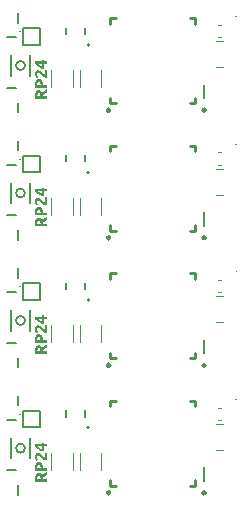
<source format=gto>
G04 #@! TF.GenerationSoftware,KiCad,Pcbnew,8.0.8*
G04 #@! TF.CreationDate,2025-02-11T23:37:15-05:00*
G04 #@! TF.ProjectId,panel,70616e65-6c2e-46b6-9963-61645f706362,rev?*
G04 #@! TF.SameCoordinates,Original*
G04 #@! TF.FileFunction,Legend,Top*
G04 #@! TF.FilePolarity,Positive*
%FSLAX46Y46*%
G04 Gerber Fmt 4.6, Leading zero omitted, Abs format (unit mm)*
G04 Created by KiCad (PCBNEW 8.0.8) date 2025-02-11 23:37:15*
%MOMM*%
%LPD*%
G01*
G04 APERTURE LIST*
%ADD10C,0.180000*%
%ADD11C,0.120000*%
%ADD12C,0.200000*%
%ADD13C,0.240000*%
%ADD14C,0.150000*%
%ADD15C,0.250000*%
%ADD16C,0.100000*%
%ADD17C,0.175000*%
G04 APERTURE END LIST*
D10*
G36*
X28640000Y-32125903D02*
G01*
X28595547Y-32152770D01*
X28553430Y-32178401D01*
X28550607Y-32180125D01*
X28508607Y-32206093D01*
X28465109Y-32234501D01*
X28462435Y-32236301D01*
X28420608Y-32265000D01*
X28381102Y-32293454D01*
X28342427Y-32323297D01*
X28311737Y-32349630D01*
X28311737Y-32458073D01*
X28640000Y-32458073D01*
X28640000Y-32677404D01*
X27696245Y-32677404D01*
X27687516Y-32627459D01*
X27680807Y-32576360D01*
X27676461Y-32528904D01*
X27673263Y-32478112D01*
X27671288Y-32427113D01*
X27670844Y-32391884D01*
X27671141Y-32379183D01*
X27858422Y-32379183D01*
X27859888Y-32422170D01*
X27862819Y-32458073D01*
X28124159Y-32458073D01*
X28124159Y-32396280D01*
X28122698Y-32345470D01*
X28117450Y-32295644D01*
X28105524Y-32245727D01*
X28093628Y-32218960D01*
X28058473Y-32182395D01*
X28011093Y-32166776D01*
X27989092Y-32165471D01*
X27938315Y-32174419D01*
X27898778Y-32204072D01*
X27888464Y-32219692D01*
X27870157Y-32267423D01*
X27861356Y-32318270D01*
X27858452Y-32372639D01*
X27858422Y-32379183D01*
X27671141Y-32379183D01*
X27672088Y-32338597D01*
X27675820Y-32288523D01*
X27683985Y-32230450D01*
X27696037Y-32177397D01*
X27711977Y-32129366D01*
X27736238Y-32078355D01*
X27750467Y-32055561D01*
X27783334Y-32015885D01*
X27822400Y-31984418D01*
X27867666Y-31961159D01*
X27919132Y-31946110D01*
X27976797Y-31939269D01*
X27997397Y-31938813D01*
X28047207Y-31941759D01*
X28097368Y-31952117D01*
X28145806Y-31972372D01*
X28167145Y-31985952D01*
X28205160Y-32019469D01*
X28237690Y-32061095D01*
X28262275Y-32105492D01*
X28269483Y-32121751D01*
X28308381Y-32089592D01*
X28347397Y-32059958D01*
X28389471Y-32029718D01*
X28430290Y-32001882D01*
X28439232Y-31995966D01*
X28481701Y-31968604D01*
X28525759Y-31942084D01*
X28538639Y-31934661D01*
X28583405Y-31909597D01*
X28627516Y-31886122D01*
X28640000Y-31879706D01*
X28640000Y-32125903D01*
G37*
G36*
X28040375Y-31003074D02*
G01*
X28095513Y-31014157D01*
X28143987Y-31033551D01*
X28185798Y-31061257D01*
X28220947Y-31097275D01*
X28236022Y-31118401D01*
X28261753Y-31166295D01*
X28282161Y-31221315D01*
X28295100Y-31272610D01*
X28304343Y-31328854D01*
X28309889Y-31390047D01*
X28311663Y-31442565D01*
X28311737Y-31456189D01*
X28311737Y-31525066D01*
X28640000Y-31525066D01*
X28640000Y-31744396D01*
X27695757Y-31744396D01*
X27687196Y-31694047D01*
X27680655Y-31641736D01*
X27676461Y-31592477D01*
X27673263Y-31539709D01*
X27671288Y-31487410D01*
X27670844Y-31451793D01*
X27671150Y-31437871D01*
X27858422Y-31437871D01*
X27859888Y-31485010D01*
X27862330Y-31525066D01*
X28124159Y-31525066D01*
X28124159Y-31456189D01*
X28122357Y-31402685D01*
X28116025Y-31350922D01*
X28102093Y-31299778D01*
X28095338Y-31284487D01*
X28063738Y-31247166D01*
X28015773Y-31228872D01*
X27988115Y-31226845D01*
X27938519Y-31235226D01*
X27925345Y-31241744D01*
X27889228Y-31277301D01*
X27885289Y-31283998D01*
X27867795Y-31331763D01*
X27864284Y-31350676D01*
X27859390Y-31400386D01*
X27858422Y-31437871D01*
X27671150Y-31437871D01*
X27672008Y-31398849D01*
X27675500Y-31349074D01*
X27683138Y-31291308D01*
X27694414Y-31238492D01*
X27709328Y-31190625D01*
X27732025Y-31139717D01*
X27745338Y-31116936D01*
X27776613Y-31077260D01*
X27814569Y-31045793D01*
X27859206Y-31022534D01*
X27910522Y-31007485D01*
X27968520Y-31000644D01*
X27989337Y-31000188D01*
X28040375Y-31003074D01*
G37*
G36*
X27930718Y-30258422D02*
G01*
X27979494Y-30263091D01*
X28026445Y-30277098D01*
X28032568Y-30279672D01*
X28077383Y-30302154D01*
X28120695Y-30330218D01*
X28126357Y-30334382D01*
X28165239Y-30365510D01*
X28202812Y-30399912D01*
X28213307Y-30410341D01*
X28249057Y-30447033D01*
X28283218Y-30483164D01*
X28292686Y-30493384D01*
X28327663Y-30530171D01*
X28336650Y-30539302D01*
X28371913Y-30573528D01*
X28385987Y-30586441D01*
X28422975Y-30618569D01*
X28432637Y-30626496D01*
X28468053Y-30648234D01*
X28468053Y-30228869D01*
X28640000Y-30228869D01*
X28640000Y-30878799D01*
X28600921Y-30881730D01*
X28567215Y-30881730D01*
X28518420Y-30878673D01*
X28469124Y-30868463D01*
X28444117Y-30859993D01*
X28396673Y-30838234D01*
X28352220Y-30811426D01*
X28340069Y-30802840D01*
X28298970Y-30770335D01*
X28262983Y-30737055D01*
X28249699Y-30723461D01*
X28215566Y-30687505D01*
X28181434Y-30651871D01*
X28165680Y-30635533D01*
X28130569Y-30598928D01*
X28104863Y-30572274D01*
X28069620Y-30538100D01*
X28048932Y-30520251D01*
X28008036Y-30492041D01*
X27994466Y-30485080D01*
X27946033Y-30472578D01*
X27939023Y-30472379D01*
X27889316Y-30480107D01*
X27852316Y-30507550D01*
X27831975Y-30552450D01*
X27827159Y-30594745D01*
X27832816Y-30644606D01*
X27839127Y-30665819D01*
X27859552Y-30712119D01*
X27867459Y-30726147D01*
X27894836Y-30766919D01*
X27899944Y-30773286D01*
X27925833Y-30802840D01*
X27787592Y-30906887D01*
X27753546Y-30866263D01*
X27723459Y-30821631D01*
X27699766Y-30778037D01*
X27692581Y-30762784D01*
X27674517Y-30715538D01*
X27662365Y-30666399D01*
X27656125Y-30615366D01*
X27655212Y-30586196D01*
X27657120Y-30534953D01*
X27663627Y-30483985D01*
X27674752Y-30438674D01*
X27693248Y-30391896D01*
X27719027Y-30349634D01*
X27729706Y-30336580D01*
X27766289Y-30303643D01*
X27809634Y-30279937D01*
X27815924Y-30277473D01*
X27866449Y-30263799D01*
X27918836Y-30258590D01*
X27930718Y-30258422D01*
G37*
G36*
X28421158Y-29506887D02*
G01*
X28640000Y-29506887D01*
X28640000Y-29712295D01*
X28421158Y-29712295D01*
X28421158Y-30132882D01*
X28267529Y-30132882D01*
X28223506Y-30109738D01*
X28180229Y-30085543D01*
X28133852Y-30058342D01*
X28129043Y-30055457D01*
X28085301Y-30028522D01*
X28040901Y-29999927D01*
X27995845Y-29969669D01*
X27970530Y-29952142D01*
X27930077Y-29923291D01*
X27890052Y-29893646D01*
X27850454Y-29863207D01*
X27811284Y-29831974D01*
X27773288Y-29800238D01*
X27732843Y-29764571D01*
X27694832Y-29728943D01*
X27678004Y-29712295D01*
X27927055Y-29712295D01*
X27967489Y-29743748D01*
X28009933Y-29776283D01*
X28049348Y-29806111D01*
X28079951Y-29829043D01*
X28121487Y-29858719D01*
X28163543Y-29885952D01*
X28206117Y-29910743D01*
X28249211Y-29933091D01*
X28249211Y-29712295D01*
X27927055Y-29712295D01*
X27678004Y-29712295D01*
X27670844Y-29705212D01*
X27670844Y-29506887D01*
X28249211Y-29506887D01*
X28249211Y-29402595D01*
X28421158Y-29402595D01*
X28421158Y-29506887D01*
G37*
G36*
X28640000Y-42925903D02*
G01*
X28595547Y-42952770D01*
X28553430Y-42978401D01*
X28550607Y-42980125D01*
X28508607Y-43006093D01*
X28465109Y-43034501D01*
X28462435Y-43036301D01*
X28420608Y-43065000D01*
X28381102Y-43093454D01*
X28342427Y-43123297D01*
X28311737Y-43149630D01*
X28311737Y-43258073D01*
X28640000Y-43258073D01*
X28640000Y-43477404D01*
X27696245Y-43477404D01*
X27687516Y-43427459D01*
X27680807Y-43376360D01*
X27676461Y-43328904D01*
X27673263Y-43278112D01*
X27671288Y-43227113D01*
X27670844Y-43191884D01*
X27671141Y-43179183D01*
X27858422Y-43179183D01*
X27859888Y-43222170D01*
X27862819Y-43258073D01*
X28124159Y-43258073D01*
X28124159Y-43196280D01*
X28122698Y-43145470D01*
X28117450Y-43095644D01*
X28105524Y-43045727D01*
X28093628Y-43018960D01*
X28058473Y-42982395D01*
X28011093Y-42966776D01*
X27989092Y-42965471D01*
X27938315Y-42974419D01*
X27898778Y-43004072D01*
X27888464Y-43019692D01*
X27870157Y-43067423D01*
X27861356Y-43118270D01*
X27858452Y-43172639D01*
X27858422Y-43179183D01*
X27671141Y-43179183D01*
X27672088Y-43138597D01*
X27675820Y-43088523D01*
X27683985Y-43030450D01*
X27696037Y-42977397D01*
X27711977Y-42929366D01*
X27736238Y-42878355D01*
X27750467Y-42855561D01*
X27783334Y-42815885D01*
X27822400Y-42784418D01*
X27867666Y-42761159D01*
X27919132Y-42746110D01*
X27976797Y-42739269D01*
X27997397Y-42738813D01*
X28047207Y-42741759D01*
X28097368Y-42752117D01*
X28145806Y-42772372D01*
X28167145Y-42785952D01*
X28205160Y-42819469D01*
X28237690Y-42861095D01*
X28262275Y-42905492D01*
X28269483Y-42921751D01*
X28308381Y-42889592D01*
X28347397Y-42859958D01*
X28389471Y-42829718D01*
X28430290Y-42801882D01*
X28439232Y-42795966D01*
X28481701Y-42768604D01*
X28525759Y-42742084D01*
X28538639Y-42734661D01*
X28583405Y-42709597D01*
X28627516Y-42686122D01*
X28640000Y-42679706D01*
X28640000Y-42925903D01*
G37*
G36*
X28040375Y-41803074D02*
G01*
X28095513Y-41814157D01*
X28143987Y-41833551D01*
X28185798Y-41861257D01*
X28220947Y-41897275D01*
X28236022Y-41918401D01*
X28261753Y-41966295D01*
X28282161Y-42021315D01*
X28295100Y-42072610D01*
X28304343Y-42128854D01*
X28309889Y-42190047D01*
X28311663Y-42242565D01*
X28311737Y-42256189D01*
X28311737Y-42325066D01*
X28640000Y-42325066D01*
X28640000Y-42544396D01*
X27695757Y-42544396D01*
X27687196Y-42494047D01*
X27680655Y-42441736D01*
X27676461Y-42392477D01*
X27673263Y-42339709D01*
X27671288Y-42287410D01*
X27670844Y-42251793D01*
X27671150Y-42237871D01*
X27858422Y-42237871D01*
X27859888Y-42285010D01*
X27862330Y-42325066D01*
X28124159Y-42325066D01*
X28124159Y-42256189D01*
X28122357Y-42202685D01*
X28116025Y-42150922D01*
X28102093Y-42099778D01*
X28095338Y-42084487D01*
X28063738Y-42047166D01*
X28015773Y-42028872D01*
X27988115Y-42026845D01*
X27938519Y-42035226D01*
X27925345Y-42041744D01*
X27889228Y-42077301D01*
X27885289Y-42083998D01*
X27867795Y-42131763D01*
X27864284Y-42150676D01*
X27859390Y-42200386D01*
X27858422Y-42237871D01*
X27671150Y-42237871D01*
X27672008Y-42198849D01*
X27675500Y-42149074D01*
X27683138Y-42091308D01*
X27694414Y-42038492D01*
X27709328Y-41990625D01*
X27732025Y-41939717D01*
X27745338Y-41916936D01*
X27776613Y-41877260D01*
X27814569Y-41845793D01*
X27859206Y-41822534D01*
X27910522Y-41807485D01*
X27968520Y-41800644D01*
X27989337Y-41800188D01*
X28040375Y-41803074D01*
G37*
G36*
X27930718Y-41058422D02*
G01*
X27979494Y-41063091D01*
X28026445Y-41077098D01*
X28032568Y-41079672D01*
X28077383Y-41102154D01*
X28120695Y-41130218D01*
X28126357Y-41134382D01*
X28165239Y-41165510D01*
X28202812Y-41199912D01*
X28213307Y-41210341D01*
X28249057Y-41247033D01*
X28283218Y-41283164D01*
X28292686Y-41293384D01*
X28327663Y-41330171D01*
X28336650Y-41339302D01*
X28371913Y-41373528D01*
X28385987Y-41386441D01*
X28422975Y-41418569D01*
X28432637Y-41426496D01*
X28468053Y-41448234D01*
X28468053Y-41028869D01*
X28640000Y-41028869D01*
X28640000Y-41678799D01*
X28600921Y-41681730D01*
X28567215Y-41681730D01*
X28518420Y-41678673D01*
X28469124Y-41668463D01*
X28444117Y-41659993D01*
X28396673Y-41638234D01*
X28352220Y-41611426D01*
X28340069Y-41602840D01*
X28298970Y-41570335D01*
X28262983Y-41537055D01*
X28249699Y-41523461D01*
X28215566Y-41487505D01*
X28181434Y-41451871D01*
X28165680Y-41435533D01*
X28130569Y-41398928D01*
X28104863Y-41372274D01*
X28069620Y-41338100D01*
X28048932Y-41320251D01*
X28008036Y-41292041D01*
X27994466Y-41285080D01*
X27946033Y-41272578D01*
X27939023Y-41272379D01*
X27889316Y-41280107D01*
X27852316Y-41307550D01*
X27831975Y-41352450D01*
X27827159Y-41394745D01*
X27832816Y-41444606D01*
X27839127Y-41465819D01*
X27859552Y-41512119D01*
X27867459Y-41526147D01*
X27894836Y-41566919D01*
X27899944Y-41573286D01*
X27925833Y-41602840D01*
X27787592Y-41706887D01*
X27753546Y-41666263D01*
X27723459Y-41621631D01*
X27699766Y-41578037D01*
X27692581Y-41562784D01*
X27674517Y-41515538D01*
X27662365Y-41466399D01*
X27656125Y-41415366D01*
X27655212Y-41386196D01*
X27657120Y-41334953D01*
X27663627Y-41283985D01*
X27674752Y-41238674D01*
X27693248Y-41191896D01*
X27719027Y-41149634D01*
X27729706Y-41136580D01*
X27766289Y-41103643D01*
X27809634Y-41079937D01*
X27815924Y-41077473D01*
X27866449Y-41063799D01*
X27918836Y-41058590D01*
X27930718Y-41058422D01*
G37*
G36*
X28421158Y-40306887D02*
G01*
X28640000Y-40306887D01*
X28640000Y-40512295D01*
X28421158Y-40512295D01*
X28421158Y-40932882D01*
X28267529Y-40932882D01*
X28223506Y-40909738D01*
X28180229Y-40885543D01*
X28133852Y-40858342D01*
X28129043Y-40855457D01*
X28085301Y-40828522D01*
X28040901Y-40799927D01*
X27995845Y-40769669D01*
X27970530Y-40752142D01*
X27930077Y-40723291D01*
X27890052Y-40693646D01*
X27850454Y-40663207D01*
X27811284Y-40631974D01*
X27773288Y-40600238D01*
X27732843Y-40564571D01*
X27694832Y-40528943D01*
X27678004Y-40512295D01*
X27927055Y-40512295D01*
X27967489Y-40543748D01*
X28009933Y-40576283D01*
X28049348Y-40606111D01*
X28079951Y-40629043D01*
X28121487Y-40658719D01*
X28163543Y-40685952D01*
X28206117Y-40710743D01*
X28249211Y-40733091D01*
X28249211Y-40512295D01*
X27927055Y-40512295D01*
X27678004Y-40512295D01*
X27670844Y-40505212D01*
X27670844Y-40306887D01*
X28249211Y-40306887D01*
X28249211Y-40202595D01*
X28421158Y-40202595D01*
X28421158Y-40306887D01*
G37*
G36*
X28640000Y-53725903D02*
G01*
X28595547Y-53752770D01*
X28553430Y-53778401D01*
X28550607Y-53780125D01*
X28508607Y-53806093D01*
X28465109Y-53834501D01*
X28462435Y-53836301D01*
X28420608Y-53865000D01*
X28381102Y-53893454D01*
X28342427Y-53923297D01*
X28311737Y-53949630D01*
X28311737Y-54058073D01*
X28640000Y-54058073D01*
X28640000Y-54277404D01*
X27696245Y-54277404D01*
X27687516Y-54227459D01*
X27680807Y-54176360D01*
X27676461Y-54128904D01*
X27673263Y-54078112D01*
X27671288Y-54027113D01*
X27670844Y-53991884D01*
X27671141Y-53979183D01*
X27858422Y-53979183D01*
X27859888Y-54022170D01*
X27862819Y-54058073D01*
X28124159Y-54058073D01*
X28124159Y-53996280D01*
X28122698Y-53945470D01*
X28117450Y-53895644D01*
X28105524Y-53845727D01*
X28093628Y-53818960D01*
X28058473Y-53782395D01*
X28011093Y-53766776D01*
X27989092Y-53765471D01*
X27938315Y-53774419D01*
X27898778Y-53804072D01*
X27888464Y-53819692D01*
X27870157Y-53867423D01*
X27861356Y-53918270D01*
X27858452Y-53972639D01*
X27858422Y-53979183D01*
X27671141Y-53979183D01*
X27672088Y-53938597D01*
X27675820Y-53888523D01*
X27683985Y-53830450D01*
X27696037Y-53777397D01*
X27711977Y-53729366D01*
X27736238Y-53678355D01*
X27750467Y-53655561D01*
X27783334Y-53615885D01*
X27822400Y-53584418D01*
X27867666Y-53561159D01*
X27919132Y-53546110D01*
X27976797Y-53539269D01*
X27997397Y-53538813D01*
X28047207Y-53541759D01*
X28097368Y-53552117D01*
X28145806Y-53572372D01*
X28167145Y-53585952D01*
X28205160Y-53619469D01*
X28237690Y-53661095D01*
X28262275Y-53705492D01*
X28269483Y-53721751D01*
X28308381Y-53689592D01*
X28347397Y-53659958D01*
X28389471Y-53629718D01*
X28430290Y-53601882D01*
X28439232Y-53595966D01*
X28481701Y-53568604D01*
X28525759Y-53542084D01*
X28538639Y-53534661D01*
X28583405Y-53509597D01*
X28627516Y-53486122D01*
X28640000Y-53479706D01*
X28640000Y-53725903D01*
G37*
G36*
X28040375Y-52603074D02*
G01*
X28095513Y-52614157D01*
X28143987Y-52633551D01*
X28185798Y-52661257D01*
X28220947Y-52697275D01*
X28236022Y-52718401D01*
X28261753Y-52766295D01*
X28282161Y-52821315D01*
X28295100Y-52872610D01*
X28304343Y-52928854D01*
X28309889Y-52990047D01*
X28311663Y-53042565D01*
X28311737Y-53056189D01*
X28311737Y-53125066D01*
X28640000Y-53125066D01*
X28640000Y-53344396D01*
X27695757Y-53344396D01*
X27687196Y-53294047D01*
X27680655Y-53241736D01*
X27676461Y-53192477D01*
X27673263Y-53139709D01*
X27671288Y-53087410D01*
X27670844Y-53051793D01*
X27671150Y-53037871D01*
X27858422Y-53037871D01*
X27859888Y-53085010D01*
X27862330Y-53125066D01*
X28124159Y-53125066D01*
X28124159Y-53056189D01*
X28122357Y-53002685D01*
X28116025Y-52950922D01*
X28102093Y-52899778D01*
X28095338Y-52884487D01*
X28063738Y-52847166D01*
X28015773Y-52828872D01*
X27988115Y-52826845D01*
X27938519Y-52835226D01*
X27925345Y-52841744D01*
X27889228Y-52877301D01*
X27885289Y-52883998D01*
X27867795Y-52931763D01*
X27864284Y-52950676D01*
X27859390Y-53000386D01*
X27858422Y-53037871D01*
X27671150Y-53037871D01*
X27672008Y-52998849D01*
X27675500Y-52949074D01*
X27683138Y-52891308D01*
X27694414Y-52838492D01*
X27709328Y-52790625D01*
X27732025Y-52739717D01*
X27745338Y-52716936D01*
X27776613Y-52677260D01*
X27814569Y-52645793D01*
X27859206Y-52622534D01*
X27910522Y-52607485D01*
X27968520Y-52600644D01*
X27989337Y-52600188D01*
X28040375Y-52603074D01*
G37*
G36*
X27930718Y-51858422D02*
G01*
X27979494Y-51863091D01*
X28026445Y-51877098D01*
X28032568Y-51879672D01*
X28077383Y-51902154D01*
X28120695Y-51930218D01*
X28126357Y-51934382D01*
X28165239Y-51965510D01*
X28202812Y-51999912D01*
X28213307Y-52010341D01*
X28249057Y-52047033D01*
X28283218Y-52083164D01*
X28292686Y-52093384D01*
X28327663Y-52130171D01*
X28336650Y-52139302D01*
X28371913Y-52173528D01*
X28385987Y-52186441D01*
X28422975Y-52218569D01*
X28432637Y-52226496D01*
X28468053Y-52248234D01*
X28468053Y-51828869D01*
X28640000Y-51828869D01*
X28640000Y-52478799D01*
X28600921Y-52481730D01*
X28567215Y-52481730D01*
X28518420Y-52478673D01*
X28469124Y-52468463D01*
X28444117Y-52459993D01*
X28396673Y-52438234D01*
X28352220Y-52411426D01*
X28340069Y-52402840D01*
X28298970Y-52370335D01*
X28262983Y-52337055D01*
X28249699Y-52323461D01*
X28215566Y-52287505D01*
X28181434Y-52251871D01*
X28165680Y-52235533D01*
X28130569Y-52198928D01*
X28104863Y-52172274D01*
X28069620Y-52138100D01*
X28048932Y-52120251D01*
X28008036Y-52092041D01*
X27994466Y-52085080D01*
X27946033Y-52072578D01*
X27939023Y-52072379D01*
X27889316Y-52080107D01*
X27852316Y-52107550D01*
X27831975Y-52152450D01*
X27827159Y-52194745D01*
X27832816Y-52244606D01*
X27839127Y-52265819D01*
X27859552Y-52312119D01*
X27867459Y-52326147D01*
X27894836Y-52366919D01*
X27899944Y-52373286D01*
X27925833Y-52402840D01*
X27787592Y-52506887D01*
X27753546Y-52466263D01*
X27723459Y-52421631D01*
X27699766Y-52378037D01*
X27692581Y-52362784D01*
X27674517Y-52315538D01*
X27662365Y-52266399D01*
X27656125Y-52215366D01*
X27655212Y-52186196D01*
X27657120Y-52134953D01*
X27663627Y-52083985D01*
X27674752Y-52038674D01*
X27693248Y-51991896D01*
X27719027Y-51949634D01*
X27729706Y-51936580D01*
X27766289Y-51903643D01*
X27809634Y-51879937D01*
X27815924Y-51877473D01*
X27866449Y-51863799D01*
X27918836Y-51858590D01*
X27930718Y-51858422D01*
G37*
G36*
X28421158Y-51106887D02*
G01*
X28640000Y-51106887D01*
X28640000Y-51312295D01*
X28421158Y-51312295D01*
X28421158Y-51732882D01*
X28267529Y-51732882D01*
X28223506Y-51709738D01*
X28180229Y-51685543D01*
X28133852Y-51658342D01*
X28129043Y-51655457D01*
X28085301Y-51628522D01*
X28040901Y-51599927D01*
X27995845Y-51569669D01*
X27970530Y-51552142D01*
X27930077Y-51523291D01*
X27890052Y-51493646D01*
X27850454Y-51463207D01*
X27811284Y-51431974D01*
X27773288Y-51400238D01*
X27732843Y-51364571D01*
X27694832Y-51328943D01*
X27678004Y-51312295D01*
X27927055Y-51312295D01*
X27967489Y-51343748D01*
X28009933Y-51376283D01*
X28049348Y-51406111D01*
X28079951Y-51429043D01*
X28121487Y-51458719D01*
X28163543Y-51485952D01*
X28206117Y-51510743D01*
X28249211Y-51533091D01*
X28249211Y-51312295D01*
X27927055Y-51312295D01*
X27678004Y-51312295D01*
X27670844Y-51305212D01*
X27670844Y-51106887D01*
X28249211Y-51106887D01*
X28249211Y-51002595D01*
X28421158Y-51002595D01*
X28421158Y-51106887D01*
G37*
G36*
X28640000Y-21325903D02*
G01*
X28595547Y-21352770D01*
X28553430Y-21378401D01*
X28550607Y-21380125D01*
X28508607Y-21406093D01*
X28465109Y-21434501D01*
X28462435Y-21436301D01*
X28420608Y-21465000D01*
X28381102Y-21493454D01*
X28342427Y-21523297D01*
X28311737Y-21549630D01*
X28311737Y-21658073D01*
X28640000Y-21658073D01*
X28640000Y-21877404D01*
X27696245Y-21877404D01*
X27687516Y-21827459D01*
X27680807Y-21776360D01*
X27676461Y-21728904D01*
X27673263Y-21678112D01*
X27671288Y-21627113D01*
X27670844Y-21591884D01*
X27671141Y-21579183D01*
X27858422Y-21579183D01*
X27859888Y-21622170D01*
X27862819Y-21658073D01*
X28124159Y-21658073D01*
X28124159Y-21596280D01*
X28122698Y-21545470D01*
X28117450Y-21495644D01*
X28105524Y-21445727D01*
X28093628Y-21418960D01*
X28058473Y-21382395D01*
X28011093Y-21366776D01*
X27989092Y-21365471D01*
X27938315Y-21374419D01*
X27898778Y-21404072D01*
X27888464Y-21419692D01*
X27870157Y-21467423D01*
X27861356Y-21518270D01*
X27858452Y-21572639D01*
X27858422Y-21579183D01*
X27671141Y-21579183D01*
X27672088Y-21538597D01*
X27675820Y-21488523D01*
X27683985Y-21430450D01*
X27696037Y-21377397D01*
X27711977Y-21329366D01*
X27736238Y-21278355D01*
X27750467Y-21255561D01*
X27783334Y-21215885D01*
X27822400Y-21184418D01*
X27867666Y-21161159D01*
X27919132Y-21146110D01*
X27976797Y-21139269D01*
X27997397Y-21138813D01*
X28047207Y-21141759D01*
X28097368Y-21152117D01*
X28145806Y-21172372D01*
X28167145Y-21185952D01*
X28205160Y-21219469D01*
X28237690Y-21261095D01*
X28262275Y-21305492D01*
X28269483Y-21321751D01*
X28308381Y-21289592D01*
X28347397Y-21259958D01*
X28389471Y-21229718D01*
X28430290Y-21201882D01*
X28439232Y-21195966D01*
X28481701Y-21168604D01*
X28525759Y-21142084D01*
X28538639Y-21134661D01*
X28583405Y-21109597D01*
X28627516Y-21086122D01*
X28640000Y-21079706D01*
X28640000Y-21325903D01*
G37*
G36*
X28040375Y-20203074D02*
G01*
X28095513Y-20214157D01*
X28143987Y-20233551D01*
X28185798Y-20261257D01*
X28220947Y-20297275D01*
X28236022Y-20318401D01*
X28261753Y-20366295D01*
X28282161Y-20421315D01*
X28295100Y-20472610D01*
X28304343Y-20528854D01*
X28309889Y-20590047D01*
X28311663Y-20642565D01*
X28311737Y-20656189D01*
X28311737Y-20725066D01*
X28640000Y-20725066D01*
X28640000Y-20944396D01*
X27695757Y-20944396D01*
X27687196Y-20894047D01*
X27680655Y-20841736D01*
X27676461Y-20792477D01*
X27673263Y-20739709D01*
X27671288Y-20687410D01*
X27670844Y-20651793D01*
X27671150Y-20637871D01*
X27858422Y-20637871D01*
X27859888Y-20685010D01*
X27862330Y-20725066D01*
X28124159Y-20725066D01*
X28124159Y-20656189D01*
X28122357Y-20602685D01*
X28116025Y-20550922D01*
X28102093Y-20499778D01*
X28095338Y-20484487D01*
X28063738Y-20447166D01*
X28015773Y-20428872D01*
X27988115Y-20426845D01*
X27938519Y-20435226D01*
X27925345Y-20441744D01*
X27889228Y-20477301D01*
X27885289Y-20483998D01*
X27867795Y-20531763D01*
X27864284Y-20550676D01*
X27859390Y-20600386D01*
X27858422Y-20637871D01*
X27671150Y-20637871D01*
X27672008Y-20598849D01*
X27675500Y-20549074D01*
X27683138Y-20491308D01*
X27694414Y-20438492D01*
X27709328Y-20390625D01*
X27732025Y-20339717D01*
X27745338Y-20316936D01*
X27776613Y-20277260D01*
X27814569Y-20245793D01*
X27859206Y-20222534D01*
X27910522Y-20207485D01*
X27968520Y-20200644D01*
X27989337Y-20200188D01*
X28040375Y-20203074D01*
G37*
G36*
X27930718Y-19458422D02*
G01*
X27979494Y-19463091D01*
X28026445Y-19477098D01*
X28032568Y-19479672D01*
X28077383Y-19502154D01*
X28120695Y-19530218D01*
X28126357Y-19534382D01*
X28165239Y-19565510D01*
X28202812Y-19599912D01*
X28213307Y-19610341D01*
X28249057Y-19647033D01*
X28283218Y-19683164D01*
X28292686Y-19693384D01*
X28327663Y-19730171D01*
X28336650Y-19739302D01*
X28371913Y-19773528D01*
X28385987Y-19786441D01*
X28422975Y-19818569D01*
X28432637Y-19826496D01*
X28468053Y-19848234D01*
X28468053Y-19428869D01*
X28640000Y-19428869D01*
X28640000Y-20078799D01*
X28600921Y-20081730D01*
X28567215Y-20081730D01*
X28518420Y-20078673D01*
X28469124Y-20068463D01*
X28444117Y-20059993D01*
X28396673Y-20038234D01*
X28352220Y-20011426D01*
X28340069Y-20002840D01*
X28298970Y-19970335D01*
X28262983Y-19937055D01*
X28249699Y-19923461D01*
X28215566Y-19887505D01*
X28181434Y-19851871D01*
X28165680Y-19835533D01*
X28130569Y-19798928D01*
X28104863Y-19772274D01*
X28069620Y-19738100D01*
X28048932Y-19720251D01*
X28008036Y-19692041D01*
X27994466Y-19685080D01*
X27946033Y-19672578D01*
X27939023Y-19672379D01*
X27889316Y-19680107D01*
X27852316Y-19707550D01*
X27831975Y-19752450D01*
X27827159Y-19794745D01*
X27832816Y-19844606D01*
X27839127Y-19865819D01*
X27859552Y-19912119D01*
X27867459Y-19926147D01*
X27894836Y-19966919D01*
X27899944Y-19973286D01*
X27925833Y-20002840D01*
X27787592Y-20106887D01*
X27753546Y-20066263D01*
X27723459Y-20021631D01*
X27699766Y-19978037D01*
X27692581Y-19962784D01*
X27674517Y-19915538D01*
X27662365Y-19866399D01*
X27656125Y-19815366D01*
X27655212Y-19786196D01*
X27657120Y-19734953D01*
X27663627Y-19683985D01*
X27674752Y-19638674D01*
X27693248Y-19591896D01*
X27719027Y-19549634D01*
X27729706Y-19536580D01*
X27766289Y-19503643D01*
X27809634Y-19479937D01*
X27815924Y-19477473D01*
X27866449Y-19463799D01*
X27918836Y-19458590D01*
X27930718Y-19458422D01*
G37*
G36*
X28421158Y-18706887D02*
G01*
X28640000Y-18706887D01*
X28640000Y-18912295D01*
X28421158Y-18912295D01*
X28421158Y-19332882D01*
X28267529Y-19332882D01*
X28223506Y-19309738D01*
X28180229Y-19285543D01*
X28133852Y-19258342D01*
X28129043Y-19255457D01*
X28085301Y-19228522D01*
X28040901Y-19199927D01*
X27995845Y-19169669D01*
X27970530Y-19152142D01*
X27930077Y-19123291D01*
X27890052Y-19093646D01*
X27850454Y-19063207D01*
X27811284Y-19031974D01*
X27773288Y-19000238D01*
X27732843Y-18964571D01*
X27694832Y-18928943D01*
X27678004Y-18912295D01*
X27927055Y-18912295D01*
X27967489Y-18943748D01*
X28009933Y-18976283D01*
X28049348Y-19006111D01*
X28079951Y-19029043D01*
X28121487Y-19058719D01*
X28163543Y-19085952D01*
X28206117Y-19110743D01*
X28249211Y-19133091D01*
X28249211Y-18912295D01*
X27927055Y-18912295D01*
X27678004Y-18912295D01*
X27670844Y-18905212D01*
X27670844Y-18706887D01*
X28249211Y-18706887D01*
X28249211Y-18602595D01*
X28421158Y-18602595D01*
X28421158Y-18706887D01*
G37*
D11*
G04 #@! TO.C,C8*
X29050000Y-41048748D02*
X29050000Y-42471252D01*
X30870000Y-41048748D02*
X30870000Y-42471252D01*
G04 #@! TO.C,C21*
X31430000Y-20871252D02*
X31430000Y-19448748D01*
X33250000Y-20871252D02*
X33250000Y-19448748D01*
D12*
G04 #@! TO.C,U2*
X41970000Y-43410000D02*
X41970000Y-42270000D01*
D13*
X42090000Y-44440000D02*
G75*
G02*
X41850000Y-44440000I-120000J0D01*
G01*
X41850000Y-44440000D02*
G75*
G02*
X42090000Y-44440000I120000J0D01*
G01*
D14*
G04 #@! TO.C,D4*
X25260000Y-53330000D02*
X26060000Y-53330000D01*
D15*
G04 #@! TO.C,U4*
X34040000Y-15050000D02*
X34040000Y-15520000D01*
X34040000Y-21780000D02*
X34040000Y-21850000D01*
X34040000Y-21850000D02*
X34040000Y-22250000D01*
X34040000Y-22250000D02*
X34510000Y-22250000D01*
X34510000Y-15050000D02*
X34040000Y-15050000D01*
X40780000Y-22250000D02*
X41240000Y-22250000D01*
X41240000Y-15050000D02*
X40780000Y-15050000D01*
X41240000Y-15520000D02*
X41240000Y-15050000D01*
X41240000Y-22250000D02*
X41240000Y-21780000D01*
X34020000Y-22840000D02*
G75*
G02*
X33760000Y-22840000I-130000J0D01*
G01*
X33760000Y-22840000D02*
G75*
G02*
X34020000Y-22840000I130000J0D01*
G01*
D14*
G04 #@! TO.C,U5*
X26618733Y-15887200D02*
X26618733Y-17287200D01*
X26618733Y-15887200D02*
X28118733Y-15887200D01*
X26618733Y-17287200D02*
X28118733Y-17287200D01*
X28118733Y-15887200D02*
X28118733Y-17287200D01*
D11*
X26458733Y-16187200D02*
G75*
G02*
X26338733Y-16187200I-60000J0D01*
G01*
X26338733Y-16187200D02*
G75*
G02*
X26458733Y-16187200I60000J0D01*
G01*
D16*
G04 #@! TO.C,L1*
X42980000Y-27810000D02*
X43560000Y-27810000D01*
X43560000Y-30000000D02*
X42980000Y-30000000D01*
D11*
G04 #@! TO.C,C21*
X31430000Y-31671252D02*
X31430000Y-30248748D01*
X33250000Y-31671252D02*
X33250000Y-30248748D01*
D14*
G04 #@! TO.C,D3*
X26060000Y-16670000D02*
X25260000Y-16670000D01*
D16*
G04 #@! TO.C,D7*
X44750000Y-47330000D02*
G75*
G02*
X44650000Y-47330000I-50000J0D01*
G01*
X44650000Y-47330000D02*
G75*
G02*
X44750000Y-47330000I50000J0D01*
G01*
D14*
G04 #@! TO.C,D3*
X26060000Y-49070000D02*
X25260000Y-49070000D01*
G04 #@! TO.C,U5*
X26618733Y-48287200D02*
X26618733Y-49687200D01*
X26618733Y-48287200D02*
X28118733Y-48287200D01*
X26618733Y-49687200D02*
X28118733Y-49687200D01*
X28118733Y-48287200D02*
X28118733Y-49687200D01*
D11*
X26458733Y-48587200D02*
G75*
G02*
X26338733Y-48587200I-60000J0D01*
G01*
X26338733Y-48587200D02*
G75*
G02*
X26458733Y-48587200I60000J0D01*
G01*
D16*
G04 #@! TO.C,D7*
X44750000Y-25730000D02*
G75*
G02*
X44650000Y-25730000I-50000J0D01*
G01*
X44650000Y-25730000D02*
G75*
G02*
X44750000Y-25730000I50000J0D01*
G01*
D11*
G04 #@! TO.C,C7*
X43109420Y-48020000D02*
X43390580Y-48020000D01*
X43109420Y-49040000D02*
X43390580Y-49040000D01*
D16*
G04 #@! TO.C,L1*
X42980000Y-17010000D02*
X43560000Y-17010000D01*
X43560000Y-19200000D02*
X42980000Y-19200000D01*
X42980000Y-49410000D02*
X43560000Y-49410000D01*
X43560000Y-51600000D02*
X42980000Y-51600000D01*
D15*
G04 #@! TO.C,U4*
X34040000Y-36650000D02*
X34040000Y-37120000D01*
X34040000Y-43380000D02*
X34040000Y-43450000D01*
X34040000Y-43450000D02*
X34040000Y-43850000D01*
X34040000Y-43850000D02*
X34510000Y-43850000D01*
X34510000Y-36650000D02*
X34040000Y-36650000D01*
X40780000Y-43850000D02*
X41240000Y-43850000D01*
X41240000Y-36650000D02*
X40780000Y-36650000D01*
X41240000Y-37120000D02*
X41240000Y-36650000D01*
X41240000Y-43850000D02*
X41240000Y-43380000D01*
X34020000Y-44440000D02*
G75*
G02*
X33760000Y-44440000I-130000J0D01*
G01*
X33760000Y-44440000D02*
G75*
G02*
X34020000Y-44440000I130000J0D01*
G01*
D16*
G04 #@! TO.C,D7*
X44750000Y-14930000D02*
G75*
G02*
X44650000Y-14930000I-50000J0D01*
G01*
X44650000Y-14930000D02*
G75*
G02*
X44750000Y-14930000I50000J0D01*
G01*
D14*
G04 #@! TO.C,D4*
X25260000Y-20930000D02*
X26060000Y-20930000D01*
G04 #@! TO.C,D2*
X26260000Y-22990000D02*
X26260000Y-22190000D01*
D11*
G04 #@! TO.C,C7*
X43109420Y-37220000D02*
X43390580Y-37220000D01*
X43109420Y-38240000D02*
X43390580Y-38240000D01*
D14*
G04 #@! TO.C,D4*
X25260000Y-31730000D02*
X26060000Y-31730000D01*
D11*
G04 #@! TO.C,C8*
X29050000Y-19448748D02*
X29050000Y-20871252D01*
X30870000Y-19448748D02*
X30870000Y-20871252D01*
D12*
G04 #@! TO.C,U2*
X41970000Y-21810000D02*
X41970000Y-20670000D01*
D13*
X42090000Y-22840000D02*
G75*
G02*
X41850000Y-22840000I-120000J0D01*
G01*
X41850000Y-22840000D02*
G75*
G02*
X42090000Y-22840000I120000J0D01*
G01*
D14*
G04 #@! TO.C,L2*
X30260000Y-26640000D02*
X30260000Y-27180000D01*
X31860000Y-26640000D02*
X31860000Y-27180000D01*
D17*
X32247500Y-28110000D02*
G75*
G02*
X32072500Y-28110000I-87500J0D01*
G01*
X32072500Y-28110000D02*
G75*
G02*
X32247500Y-28110000I87500J0D01*
G01*
D14*
G04 #@! TO.C,D2*
X26260000Y-55390000D02*
X26260000Y-54590000D01*
G04 #@! TO.C,SW1*
X25620000Y-52320000D02*
X25620000Y-50570000D01*
X27220000Y-52320000D02*
X27220000Y-50570000D01*
X26810000Y-51450000D02*
G75*
G02*
X26050000Y-51450000I-380000J0D01*
G01*
X26050000Y-51450000D02*
G75*
G02*
X26810000Y-51450000I380000J0D01*
G01*
G04 #@! TO.C,D3*
X26060000Y-38270000D02*
X25260000Y-38270000D01*
D11*
G04 #@! TO.C,C7*
X43109420Y-15620000D02*
X43390580Y-15620000D01*
X43109420Y-16640000D02*
X43390580Y-16640000D01*
D14*
G04 #@! TO.C,D3*
X26060000Y-27470000D02*
X25260000Y-27470000D01*
D11*
G04 #@! TO.C,C8*
X29050000Y-30248748D02*
X29050000Y-31671252D01*
X30870000Y-30248748D02*
X30870000Y-31671252D01*
D14*
G04 #@! TO.C,L2*
X30260000Y-15840000D02*
X30260000Y-16380000D01*
X31860000Y-15840000D02*
X31860000Y-16380000D01*
D17*
X32247500Y-17310000D02*
G75*
G02*
X32072500Y-17310000I-87500J0D01*
G01*
X32072500Y-17310000D02*
G75*
G02*
X32247500Y-17310000I87500J0D01*
G01*
D14*
X30260000Y-37440000D02*
X30260000Y-37980000D01*
X31860000Y-37440000D02*
X31860000Y-37980000D01*
D17*
X32247500Y-38910000D02*
G75*
G02*
X32072500Y-38910000I-87500J0D01*
G01*
X32072500Y-38910000D02*
G75*
G02*
X32247500Y-38910000I87500J0D01*
G01*
D14*
X30260000Y-48240000D02*
X30260000Y-48780000D01*
X31860000Y-48240000D02*
X31860000Y-48780000D01*
D17*
X32247500Y-49710000D02*
G75*
G02*
X32072500Y-49710000I-87500J0D01*
G01*
X32072500Y-49710000D02*
G75*
G02*
X32247500Y-49710000I87500J0D01*
G01*
D14*
G04 #@! TO.C,D2*
X26260000Y-44590000D02*
X26260000Y-43790000D01*
X26260000Y-33790000D02*
X26260000Y-32990000D01*
G04 #@! TO.C,U5*
X26618733Y-37487200D02*
X26618733Y-38887200D01*
X26618733Y-37487200D02*
X28118733Y-37487200D01*
X26618733Y-38887200D02*
X28118733Y-38887200D01*
X28118733Y-37487200D02*
X28118733Y-38887200D01*
D11*
X26458733Y-37787200D02*
G75*
G02*
X26338733Y-37787200I-60000J0D01*
G01*
X26338733Y-37787200D02*
G75*
G02*
X26458733Y-37787200I60000J0D01*
G01*
G04 #@! TO.C,C21*
X31430000Y-53271252D02*
X31430000Y-51848748D01*
X33250000Y-53271252D02*
X33250000Y-51848748D01*
D16*
G04 #@! TO.C,D7*
X44750000Y-36530000D02*
G75*
G02*
X44650000Y-36530000I-50000J0D01*
G01*
X44650000Y-36530000D02*
G75*
G02*
X44750000Y-36530000I50000J0D01*
G01*
D11*
G04 #@! TO.C,C21*
X31430000Y-42471252D02*
X31430000Y-41048748D01*
X33250000Y-42471252D02*
X33250000Y-41048748D01*
D14*
G04 #@! TO.C,D4*
X25260000Y-42530000D02*
X26060000Y-42530000D01*
D12*
G04 #@! TO.C,U2*
X41970000Y-54210000D02*
X41970000Y-53070000D01*
D13*
X42090000Y-55240000D02*
G75*
G02*
X41850000Y-55240000I-120000J0D01*
G01*
X41850000Y-55240000D02*
G75*
G02*
X42090000Y-55240000I120000J0D01*
G01*
D12*
X41970000Y-32610000D02*
X41970000Y-31470000D01*
D13*
X42090000Y-33640000D02*
G75*
G02*
X41850000Y-33640000I-120000J0D01*
G01*
X41850000Y-33640000D02*
G75*
G02*
X42090000Y-33640000I120000J0D01*
G01*
D14*
G04 #@! TO.C,D1*
X26210000Y-37020000D02*
X26210000Y-36220000D01*
D16*
G04 #@! TO.C,L1*
X42980000Y-38610000D02*
X43560000Y-38610000D01*
X43560000Y-40800000D02*
X42980000Y-40800000D01*
D14*
G04 #@! TO.C,SW1*
X25620000Y-30720000D02*
X25620000Y-28970000D01*
X27220000Y-30720000D02*
X27220000Y-28970000D01*
X26810000Y-29850000D02*
G75*
G02*
X26050000Y-29850000I-380000J0D01*
G01*
X26050000Y-29850000D02*
G75*
G02*
X26810000Y-29850000I380000J0D01*
G01*
G04 #@! TO.C,U5*
X26618733Y-26687200D02*
X26618733Y-28087200D01*
X26618733Y-26687200D02*
X28118733Y-26687200D01*
X26618733Y-28087200D02*
X28118733Y-28087200D01*
X28118733Y-26687200D02*
X28118733Y-28087200D01*
D11*
X26458733Y-26987200D02*
G75*
G02*
X26338733Y-26987200I-60000J0D01*
G01*
X26338733Y-26987200D02*
G75*
G02*
X26458733Y-26987200I60000J0D01*
G01*
D15*
G04 #@! TO.C,U4*
X34040000Y-47450000D02*
X34040000Y-47920000D01*
X34040000Y-54180000D02*
X34040000Y-54250000D01*
X34040000Y-54250000D02*
X34040000Y-54650000D01*
X34040000Y-54650000D02*
X34510000Y-54650000D01*
X34510000Y-47450000D02*
X34040000Y-47450000D01*
X40780000Y-54650000D02*
X41240000Y-54650000D01*
X41240000Y-47450000D02*
X40780000Y-47450000D01*
X41240000Y-47920000D02*
X41240000Y-47450000D01*
X41240000Y-54650000D02*
X41240000Y-54180000D01*
X34020000Y-55240000D02*
G75*
G02*
X33760000Y-55240000I-130000J0D01*
G01*
X33760000Y-55240000D02*
G75*
G02*
X34020000Y-55240000I130000J0D01*
G01*
D14*
G04 #@! TO.C,SW1*
X25620000Y-19920000D02*
X25620000Y-18170000D01*
X27220000Y-19920000D02*
X27220000Y-18170000D01*
X26810000Y-19050000D02*
G75*
G02*
X26050000Y-19050000I-380000J0D01*
G01*
X26050000Y-19050000D02*
G75*
G02*
X26810000Y-19050000I380000J0D01*
G01*
G04 #@! TO.C,D1*
X26210000Y-26220000D02*
X26210000Y-25420000D01*
X26210000Y-15420000D02*
X26210000Y-14620000D01*
G04 #@! TO.C,SW1*
X25620000Y-41520000D02*
X25620000Y-39770000D01*
X27220000Y-41520000D02*
X27220000Y-39770000D01*
X26810000Y-40650000D02*
G75*
G02*
X26050000Y-40650000I-380000J0D01*
G01*
X26050000Y-40650000D02*
G75*
G02*
X26810000Y-40650000I380000J0D01*
G01*
D11*
G04 #@! TO.C,C7*
X43109420Y-26420000D02*
X43390580Y-26420000D01*
X43109420Y-27440000D02*
X43390580Y-27440000D01*
G04 #@! TO.C,C8*
X29050000Y-51848748D02*
X29050000Y-53271252D01*
X30870000Y-51848748D02*
X30870000Y-53271252D01*
D14*
G04 #@! TO.C,D1*
X26210000Y-47820000D02*
X26210000Y-47020000D01*
D15*
G04 #@! TO.C,U4*
X34040000Y-25850000D02*
X34040000Y-26320000D01*
X34040000Y-32580000D02*
X34040000Y-32650000D01*
X34040000Y-32650000D02*
X34040000Y-33050000D01*
X34040000Y-33050000D02*
X34510000Y-33050000D01*
X34510000Y-25850000D02*
X34040000Y-25850000D01*
X40780000Y-33050000D02*
X41240000Y-33050000D01*
X41240000Y-25850000D02*
X40780000Y-25850000D01*
X41240000Y-26320000D02*
X41240000Y-25850000D01*
X41240000Y-33050000D02*
X41240000Y-32580000D01*
X34020000Y-33640000D02*
G75*
G02*
X33760000Y-33640000I-130000J0D01*
G01*
X33760000Y-33640000D02*
G75*
G02*
X34020000Y-33640000I130000J0D01*
G01*
G04 #@! TD*
M02*

</source>
